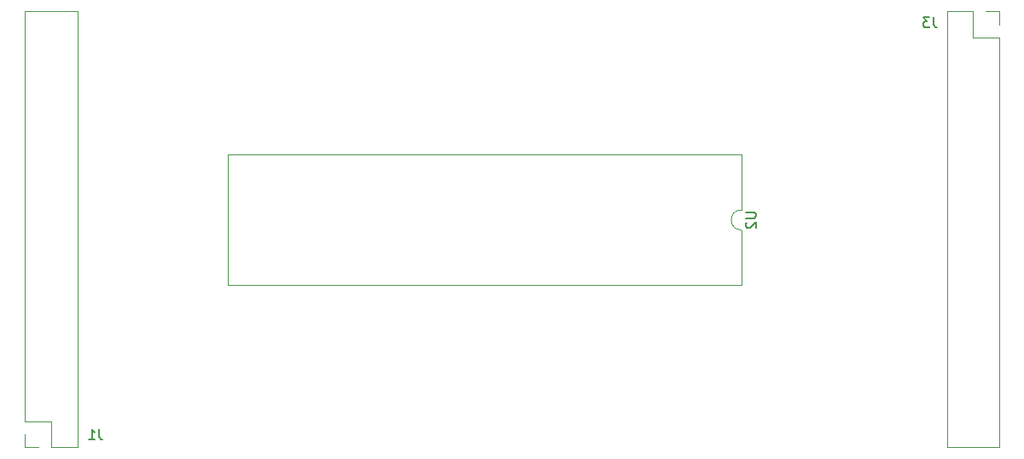
<source format=gbr>
%TF.GenerationSoftware,KiCad,Pcbnew,8.0.7-8.0.7-0~ubuntu22.04.1*%
%TF.CreationDate,2025-01-28T09:52:26+01:00*%
%TF.ProjectId,6847_v1,36383437-5f76-4312-9e6b-696361645f70,rev?*%
%TF.SameCoordinates,Original*%
%TF.FileFunction,Legend,Bot*%
%TF.FilePolarity,Positive*%
%FSLAX46Y46*%
G04 Gerber Fmt 4.6, Leading zero omitted, Abs format (unit mm)*
G04 Created by KiCad (PCBNEW 8.0.7-8.0.7-0~ubuntu22.04.1) date 2025-01-28 09:52:26*
%MOMM*%
%LPD*%
G01*
G04 APERTURE LIST*
%ADD10C,0.150000*%
%ADD11C,0.120000*%
G04 APERTURE END LIST*
D10*
X141811333Y-68288819D02*
X141811333Y-69003104D01*
X141811333Y-69003104D02*
X141858952Y-69145961D01*
X141858952Y-69145961D02*
X141954190Y-69241200D01*
X141954190Y-69241200D02*
X142097047Y-69288819D01*
X142097047Y-69288819D02*
X142192285Y-69288819D01*
X141430380Y-68288819D02*
X140811333Y-68288819D01*
X140811333Y-68288819D02*
X141144666Y-68669771D01*
X141144666Y-68669771D02*
X141001809Y-68669771D01*
X141001809Y-68669771D02*
X140906571Y-68717390D01*
X140906571Y-68717390D02*
X140858952Y-68765009D01*
X140858952Y-68765009D02*
X140811333Y-68860247D01*
X140811333Y-68860247D02*
X140811333Y-69098342D01*
X140811333Y-69098342D02*
X140858952Y-69193580D01*
X140858952Y-69193580D02*
X140906571Y-69241200D01*
X140906571Y-69241200D02*
X141001809Y-69288819D01*
X141001809Y-69288819D02*
X141287523Y-69288819D01*
X141287523Y-69288819D02*
X141382761Y-69241200D01*
X141382761Y-69241200D02*
X141430380Y-69193580D01*
X59007333Y-109182819D02*
X59007333Y-109897104D01*
X59007333Y-109897104D02*
X59054952Y-110039961D01*
X59054952Y-110039961D02*
X59150190Y-110135200D01*
X59150190Y-110135200D02*
X59293047Y-110182819D01*
X59293047Y-110182819D02*
X59388285Y-110182819D01*
X58007333Y-110182819D02*
X58578761Y-110182819D01*
X58293047Y-110182819D02*
X58293047Y-109182819D01*
X58293047Y-109182819D02*
X58388285Y-109325676D01*
X58388285Y-109325676D02*
X58483523Y-109420914D01*
X58483523Y-109420914D02*
X58578761Y-109468533D01*
X123196819Y-87630095D02*
X124006342Y-87630095D01*
X124006342Y-87630095D02*
X124101580Y-87677714D01*
X124101580Y-87677714D02*
X124149200Y-87725333D01*
X124149200Y-87725333D02*
X124196819Y-87820571D01*
X124196819Y-87820571D02*
X124196819Y-88011047D01*
X124196819Y-88011047D02*
X124149200Y-88106285D01*
X124149200Y-88106285D02*
X124101580Y-88153904D01*
X124101580Y-88153904D02*
X124006342Y-88201523D01*
X124006342Y-88201523D02*
X123196819Y-88201523D01*
X123292057Y-88630095D02*
X123244438Y-88677714D01*
X123244438Y-88677714D02*
X123196819Y-88772952D01*
X123196819Y-88772952D02*
X123196819Y-89011047D01*
X123196819Y-89011047D02*
X123244438Y-89106285D01*
X123244438Y-89106285D02*
X123292057Y-89153904D01*
X123292057Y-89153904D02*
X123387295Y-89201523D01*
X123387295Y-89201523D02*
X123482533Y-89201523D01*
X123482533Y-89201523D02*
X123625390Y-89153904D01*
X123625390Y-89153904D02*
X124196819Y-88582476D01*
X124196819Y-88582476D02*
X124196819Y-89201523D01*
D11*
%TO.C,J3*%
X143130000Y-67670000D02*
X145730000Y-67670000D01*
X143130000Y-110970000D02*
X143130000Y-67670000D01*
X143130000Y-110970000D02*
X148330000Y-110970000D01*
X145730000Y-67670000D02*
X145730000Y-70270000D01*
X145730000Y-70270000D02*
X148330000Y-70270000D01*
X147000000Y-67670000D02*
X148330000Y-67670000D01*
X148330000Y-67670000D02*
X148330000Y-69000000D01*
X148330000Y-110970000D02*
X148330000Y-70270000D01*
%TO.C,J1*%
X51670000Y-67670000D02*
X51670000Y-108370000D01*
X51670000Y-110970000D02*
X51670000Y-109640000D01*
X53000000Y-110970000D02*
X51670000Y-110970000D01*
X54270000Y-108370000D02*
X51670000Y-108370000D01*
X54270000Y-110970000D02*
X54270000Y-108370000D01*
X56870000Y-67670000D02*
X51670000Y-67670000D01*
X56870000Y-67670000D02*
X56870000Y-110970000D01*
X56870000Y-110970000D02*
X54270000Y-110970000D01*
%TO.C,U2*%
X71822000Y-81932000D02*
X71822000Y-94852000D01*
X71822000Y-94852000D02*
X122742000Y-94852000D01*
X122742000Y-81932000D02*
X71822000Y-81932000D01*
X122742000Y-87392000D02*
X122742000Y-81932000D01*
X122742000Y-94852000D02*
X122742000Y-89392000D01*
X122742000Y-89392000D02*
G75*
G02*
X122742000Y-87392000I0J1000000D01*
G01*
%TD*%
M02*

</source>
